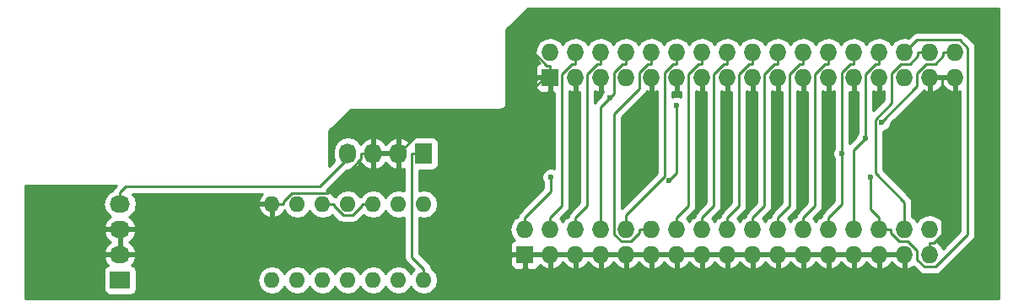
<source format=gbl>
%TF.GenerationSoftware,KiCad,Pcbnew,4.0.2+dfsg1-stable*%
%TF.CreationDate,2018-12-23T16:06:34+01:00*%
%TF.ProjectId,AmigaPCDriveAdapter,416D6967615043447269766541646170,rev?*%
%TF.FileFunction,Copper,L2,Bot,Signal*%
%FSLAX46Y46*%
G04 Gerber Fmt 4.6, Leading zero omitted, Abs format (unit mm)*
G04 Created by KiCad (PCBNEW 4.0.2+dfsg1-stable) date Sun 23 Dec 2018 16:06:34 CET*
%MOMM*%
G01*
G04 APERTURE LIST*
%ADD10C,0.100000*%
%ADD11R,1.727200X2.032000*%
%ADD12O,1.727200X2.032000*%
%ADD13R,2.032000X1.727200*%
%ADD14O,2.032000X1.727200*%
%ADD15R,1.727200X1.727200*%
%ADD16O,1.727200X1.727200*%
%ADD17O,1.600000X1.600000*%
%ADD18C,0.600000*%
%ADD19C,0.250000*%
%ADD20C,0.254000*%
G04 APERTURE END LIST*
D10*
D11*
X167640000Y-109220000D03*
D12*
X165100000Y-109220000D03*
X162560000Y-109220000D03*
X160020000Y-109220000D03*
D13*
X137160000Y-121920000D03*
D14*
X137160000Y-119380000D03*
X137160000Y-116840000D03*
X137160000Y-114300000D03*
D15*
X177800000Y-119380000D03*
D16*
X177800000Y-116840000D03*
X180340000Y-119380000D03*
X180340000Y-116840000D03*
X182880000Y-119380000D03*
X182880000Y-116840000D03*
X185420000Y-119380000D03*
X185420000Y-116840000D03*
X187960000Y-119380000D03*
X187960000Y-116840000D03*
X190500000Y-119380000D03*
X190500000Y-116840000D03*
X193040000Y-119380000D03*
X193040000Y-116840000D03*
X195580000Y-119380000D03*
X195580000Y-116840000D03*
X198120000Y-119380000D03*
X198120000Y-116840000D03*
X200660000Y-119380000D03*
X200660000Y-116840000D03*
X203200000Y-119380000D03*
X203200000Y-116840000D03*
X205740000Y-119380000D03*
X205740000Y-116840000D03*
X208280000Y-119380000D03*
X208280000Y-116840000D03*
X210820000Y-119380000D03*
X210820000Y-116840000D03*
X213360000Y-119380000D03*
X213360000Y-116840000D03*
X215900000Y-119380000D03*
X215900000Y-116840000D03*
X218440000Y-119380000D03*
X218440000Y-116840000D03*
D15*
X180340000Y-101600000D03*
D16*
X180340000Y-99060000D03*
X182880000Y-101600000D03*
X182880000Y-99060000D03*
X185420000Y-101600000D03*
X185420000Y-99060000D03*
X187960000Y-101600000D03*
X187960000Y-99060000D03*
X190500000Y-101600000D03*
X190500000Y-99060000D03*
X193040000Y-101600000D03*
X193040000Y-99060000D03*
X195580000Y-101600000D03*
X195580000Y-99060000D03*
X198120000Y-101600000D03*
X198120000Y-99060000D03*
X200660000Y-101600000D03*
X200660000Y-99060000D03*
X203200000Y-101600000D03*
X203200000Y-99060000D03*
X205740000Y-101600000D03*
X205740000Y-99060000D03*
X208280000Y-101600000D03*
X208280000Y-99060000D03*
X210820000Y-101600000D03*
X210820000Y-99060000D03*
X213360000Y-101600000D03*
X213360000Y-99060000D03*
X215900000Y-101600000D03*
X215900000Y-99060000D03*
X218440000Y-101600000D03*
X218440000Y-99060000D03*
X220980000Y-101600000D03*
X220980000Y-99060000D03*
D17*
X167640000Y-114300000D03*
X165100000Y-114300000D03*
X162560000Y-114300000D03*
X160020000Y-114300000D03*
X157480000Y-114300000D03*
X154940000Y-114300000D03*
X152400000Y-114300000D03*
X152400000Y-121920000D03*
X154940000Y-121920000D03*
X157480000Y-121920000D03*
X160020000Y-121920000D03*
X162560000Y-121920000D03*
X165100000Y-121920000D03*
X167640000Y-121920000D03*
D18*
X178344900Y-98584000D03*
X213603500Y-106060200D03*
X180427500Y-111606900D03*
X186346600Y-103650400D03*
X209628100Y-109219900D03*
X212008900Y-107668900D03*
X212483800Y-111599600D03*
X192247800Y-111968400D03*
X193012300Y-104405800D03*
D19*
X178344900Y-98768300D02*
X178344900Y-98584000D01*
X179987700Y-100411100D02*
X178344900Y-98768300D01*
X180340000Y-100411100D02*
X179987700Y-100411100D01*
X218440000Y-119380000D02*
X218440000Y-118191100D01*
X218811500Y-118191100D02*
X218440000Y-118191100D01*
X219653800Y-117348800D02*
X218811500Y-118191100D01*
X219653800Y-101600000D02*
X219653800Y-117348800D01*
X220980000Y-101600000D02*
X219653800Y-101600000D01*
X219653800Y-101600000D02*
X218440000Y-101600000D01*
X180340000Y-101600000D02*
X180340000Y-101005500D01*
X180340000Y-101005500D02*
X180340000Y-100411100D01*
X167242300Y-107077700D02*
X165100000Y-109220000D01*
X174267800Y-107077700D02*
X167242300Y-107077700D01*
X180340000Y-101005500D02*
X174267800Y-107077700D01*
X137160000Y-116840000D02*
X137160000Y-119380000D01*
X153525300Y-114018600D02*
X153525300Y-114300000D01*
X154369200Y-113174700D02*
X153525300Y-114018600D01*
X157936500Y-113174700D02*
X154369200Y-113174700D01*
X161371100Y-109740100D02*
X157936500Y-113174700D01*
X161371100Y-109220000D02*
X161371100Y-109740100D01*
X162560000Y-109220000D02*
X161371100Y-109220000D01*
X152400000Y-114300000D02*
X153525300Y-114300000D01*
X220980000Y-99060000D02*
X219791100Y-99060000D01*
X219791100Y-99431600D02*
X219791100Y-99060000D01*
X218973800Y-100248900D02*
X219791100Y-99431600D01*
X218087800Y-100248900D02*
X218973800Y-100248900D01*
X217170000Y-101166700D02*
X218087800Y-100248900D01*
X217170000Y-102493700D02*
X217170000Y-101166700D01*
X213603500Y-106060200D02*
X217170000Y-102493700D01*
X180427500Y-113023600D02*
X180427500Y-111606900D01*
X177800000Y-115651100D02*
X180427500Y-113023600D01*
X177800000Y-116840000D02*
X177800000Y-115651100D01*
X187960000Y-99060000D02*
X187960000Y-100248900D01*
X186771100Y-103225900D02*
X186346600Y-103650400D01*
X186771100Y-101066200D02*
X186771100Y-103225900D01*
X187588400Y-100248900D02*
X186771100Y-101066200D01*
X187960000Y-100248900D02*
X187588400Y-100248900D01*
X185420000Y-104577000D02*
X185420000Y-116840000D01*
X186346600Y-103650400D02*
X185420000Y-104577000D01*
X193040000Y-99060000D02*
X193040000Y-100248900D01*
X187960000Y-116840000D02*
X187960000Y-115651100D01*
X187960000Y-115369100D02*
X187960000Y-115651100D01*
X191851100Y-111478000D02*
X187960000Y-115369100D01*
X191851100Y-101066200D02*
X191851100Y-111478000D01*
X192668400Y-100248900D02*
X191851100Y-101066200D01*
X193040000Y-100248900D02*
X192668400Y-100248900D01*
X210820000Y-99060000D02*
X210820000Y-100248900D01*
X208280000Y-116840000D02*
X208280000Y-115651100D01*
X209628100Y-101069200D02*
X209628100Y-109219900D01*
X210448400Y-100248900D02*
X209628100Y-101069200D01*
X210820000Y-100248900D02*
X210448400Y-100248900D01*
X209628100Y-114303000D02*
X209628100Y-109219900D01*
X208280000Y-115651100D02*
X209628100Y-114303000D01*
X213360000Y-99060000D02*
X213360000Y-100248900D01*
X210820000Y-116840000D02*
X210820000Y-115651100D01*
X212008900Y-101228400D02*
X212008900Y-107668900D01*
X212988400Y-100248900D02*
X212008900Y-101228400D01*
X213360000Y-100248900D02*
X212988400Y-100248900D01*
X210820000Y-108857800D02*
X210820000Y-115651100D01*
X212008900Y-107668900D02*
X210820000Y-108857800D01*
X217131000Y-97829000D02*
X215900000Y-99060000D01*
X221467500Y-97829000D02*
X217131000Y-97829000D01*
X222243700Y-98605200D02*
X221467500Y-97829000D01*
X222243700Y-117367300D02*
X222243700Y-98605200D01*
X219001100Y-120609900D02*
X222243700Y-117367300D01*
X217915700Y-120609900D02*
X219001100Y-120609900D01*
X217170000Y-119864200D02*
X217915700Y-120609900D01*
X217170000Y-118946700D02*
X217170000Y-119864200D01*
X216252200Y-118028900D02*
X217170000Y-118946700D01*
X215366200Y-118028900D02*
X216252200Y-118028900D01*
X214548900Y-117211600D02*
X215366200Y-118028900D01*
X214548900Y-116840000D02*
X214548900Y-117211600D01*
X213360000Y-116840000D02*
X214548900Y-116840000D01*
X212483800Y-114774900D02*
X213360000Y-115651100D01*
X212483800Y-111599600D02*
X212483800Y-114774900D01*
X213360000Y-116840000D02*
X213360000Y-115651100D01*
X166451100Y-119605800D02*
X166451100Y-109220000D01*
X167640000Y-120794700D02*
X166451100Y-119605800D01*
X167640000Y-121920000D02*
X167640000Y-120794700D01*
X167640000Y-109220000D02*
X166451100Y-109220000D01*
X193012300Y-111203900D02*
X192247800Y-111968400D01*
X193012300Y-104405800D02*
X193012300Y-111203900D01*
X137160000Y-114300000D02*
X137160000Y-113111100D01*
X137756400Y-112514700D02*
X137160000Y-113111100D01*
X137756400Y-112514600D02*
X137756400Y-112514700D01*
X157226100Y-112514600D02*
X137756400Y-112514600D01*
X160020000Y-109720700D02*
X157226100Y-112514600D01*
X160020000Y-109220000D02*
X160020000Y-109720700D01*
X157480000Y-114300000D02*
X158605300Y-114300000D01*
X162560000Y-114300000D02*
X161434700Y-114300000D01*
X161434700Y-114476800D02*
X161434700Y-114300000D01*
X160486200Y-115425300D02*
X161434700Y-114476800D01*
X159553800Y-115425300D02*
X160486200Y-115425300D01*
X158605300Y-114476800D02*
X159553800Y-115425300D01*
X158605300Y-114300000D02*
X158605300Y-114476800D01*
X181528900Y-114462200D02*
X180340000Y-115651100D01*
X181528900Y-101228400D02*
X181528900Y-114462200D01*
X182508400Y-100248900D02*
X181528900Y-101228400D01*
X182880000Y-100248900D02*
X182508400Y-100248900D01*
X182880000Y-99060000D02*
X182880000Y-100248900D01*
X180340000Y-116840000D02*
X180340000Y-115651100D01*
X184068900Y-114462200D02*
X182880000Y-115651100D01*
X184068900Y-101228400D02*
X184068900Y-114462200D01*
X185048400Y-100248900D02*
X184068900Y-101228400D01*
X185420000Y-100248900D02*
X185048400Y-100248900D01*
X185420000Y-99060000D02*
X185420000Y-100248900D01*
X182880000Y-116840000D02*
X182880000Y-115651100D01*
X189311100Y-117209500D02*
X189311100Y-116840000D01*
X188464300Y-118056300D02*
X189311100Y-117209500D01*
X187473000Y-118056300D02*
X188464300Y-118056300D01*
X186771000Y-117354300D02*
X187473000Y-118056300D01*
X186771000Y-105248000D02*
X186771000Y-117354300D01*
X189311100Y-102707900D02*
X186771000Y-105248000D01*
X189311100Y-101066200D02*
X189311100Y-102707900D01*
X190128400Y-100248900D02*
X189311100Y-101066200D01*
X190500000Y-100248900D02*
X190128400Y-100248900D01*
X190500000Y-99060000D02*
X190500000Y-100248900D01*
X190500000Y-116840000D02*
X189311100Y-116840000D01*
X194228900Y-114462200D02*
X193040000Y-115651100D01*
X194228900Y-101228400D02*
X194228900Y-114462200D01*
X195208400Y-100248900D02*
X194228900Y-101228400D01*
X195580000Y-100248900D02*
X195208400Y-100248900D01*
X195580000Y-99060000D02*
X195580000Y-100248900D01*
X193040000Y-116840000D02*
X193040000Y-115651100D01*
X196768900Y-114462200D02*
X195580000Y-115651100D01*
X196768900Y-101228400D02*
X196768900Y-114462200D01*
X197748400Y-100248900D02*
X196768900Y-101228400D01*
X198120000Y-100248900D02*
X197748400Y-100248900D01*
X198120000Y-99060000D02*
X198120000Y-100248900D01*
X195580000Y-116840000D02*
X195580000Y-115651100D01*
X199308900Y-114462200D02*
X198120000Y-115651100D01*
X199308900Y-101228400D02*
X199308900Y-114462200D01*
X200288400Y-100248900D02*
X199308900Y-101228400D01*
X200660000Y-100248900D02*
X200288400Y-100248900D01*
X200660000Y-99060000D02*
X200660000Y-100248900D01*
X198120000Y-116840000D02*
X198120000Y-115651100D01*
X201848900Y-114462200D02*
X200660000Y-115651100D01*
X201848900Y-101228400D02*
X201848900Y-114462200D01*
X202828400Y-100248900D02*
X201848900Y-101228400D01*
X203200000Y-100248900D02*
X202828400Y-100248900D01*
X203200000Y-99060000D02*
X203200000Y-100248900D01*
X200660000Y-116840000D02*
X200660000Y-115651100D01*
X204388900Y-114462200D02*
X203200000Y-115651100D01*
X204388900Y-101228400D02*
X204388900Y-114462200D01*
X205368400Y-100248900D02*
X204388900Y-101228400D01*
X205740000Y-100248900D02*
X205368400Y-100248900D01*
X205740000Y-99060000D02*
X205740000Y-100248900D01*
X203200000Y-116840000D02*
X203200000Y-115651100D01*
X206928900Y-114462200D02*
X205740000Y-115651100D01*
X206928900Y-101228400D02*
X206928900Y-114462200D01*
X207908400Y-100248900D02*
X206928900Y-101228400D01*
X208280000Y-100248900D02*
X207908400Y-100248900D01*
X208280000Y-99060000D02*
X208280000Y-100248900D01*
X205740000Y-116840000D02*
X205740000Y-115651100D01*
X218440000Y-99060000D02*
X217251100Y-99060000D01*
X215900000Y-116840000D02*
X215900000Y-115651100D01*
X217251100Y-99431600D02*
X217251100Y-99060000D01*
X216433800Y-100248900D02*
X217251100Y-99431600D01*
X215547800Y-100248900D02*
X216433800Y-100248900D01*
X214630000Y-101166700D02*
X215547800Y-100248900D01*
X214630000Y-104149100D02*
X214630000Y-101166700D01*
X212958700Y-105820400D02*
X214630000Y-104149100D01*
X212958700Y-111190100D02*
X212958700Y-105820400D01*
X215900000Y-114131400D02*
X212958700Y-111190100D01*
X215900000Y-115651100D02*
X215900000Y-114131400D01*
D20*
G36*
X225375000Y-123775000D02*
X127685000Y-123775000D01*
X127685000Y-121056400D01*
X135496560Y-121056400D01*
X135496560Y-122783600D01*
X135540838Y-123018917D01*
X135679910Y-123235041D01*
X135892110Y-123380031D01*
X136144000Y-123431040D01*
X138176000Y-123431040D01*
X138411317Y-123386762D01*
X138627441Y-123247690D01*
X138772431Y-123035490D01*
X138823440Y-122783600D01*
X138823440Y-121056400D01*
X138779162Y-120821083D01*
X138640090Y-120604959D01*
X138427890Y-120459969D01*
X138333073Y-120440768D01*
X138510732Y-120282036D01*
X138764709Y-119754791D01*
X138767358Y-119739026D01*
X138646217Y-119507000D01*
X137287000Y-119507000D01*
X137287000Y-119527000D01*
X137033000Y-119527000D01*
X137033000Y-119507000D01*
X135673783Y-119507000D01*
X135552642Y-119739026D01*
X135555291Y-119754791D01*
X135809268Y-120282036D01*
X135984845Y-120438907D01*
X135908683Y-120453238D01*
X135692559Y-120592310D01*
X135547569Y-120804510D01*
X135496560Y-121056400D01*
X127685000Y-121056400D01*
X127685000Y-117199026D01*
X135552642Y-117199026D01*
X135555291Y-117214791D01*
X135809268Y-117742036D01*
X136221108Y-118110000D01*
X135809268Y-118477964D01*
X135555291Y-119005209D01*
X135552642Y-119020974D01*
X135673783Y-119253000D01*
X137033000Y-119253000D01*
X137033000Y-116967000D01*
X137287000Y-116967000D01*
X137287000Y-119253000D01*
X138646217Y-119253000D01*
X138767358Y-119020974D01*
X138764709Y-119005209D01*
X138510732Y-118477964D01*
X138098892Y-118110000D01*
X138510732Y-117742036D01*
X138764709Y-117214791D01*
X138767358Y-117199026D01*
X138646217Y-116967000D01*
X137287000Y-116967000D01*
X137033000Y-116967000D01*
X135673783Y-116967000D01*
X135552642Y-117199026D01*
X127685000Y-117199026D01*
X127685000Y-112445000D01*
X136751298Y-112445000D01*
X136622599Y-112573699D01*
X136457852Y-112820261D01*
X136440443Y-112907781D01*
X136401766Y-112915474D01*
X135915585Y-113240330D01*
X135590729Y-113726511D01*
X135476655Y-114300000D01*
X135590729Y-114873489D01*
X135915585Y-115359670D01*
X136225069Y-115566461D01*
X135809268Y-115937964D01*
X135555291Y-116465209D01*
X135552642Y-116480974D01*
X135673783Y-116713000D01*
X137033000Y-116713000D01*
X137033000Y-116693000D01*
X137287000Y-116693000D01*
X137287000Y-116713000D01*
X138646217Y-116713000D01*
X138767358Y-116480974D01*
X138764709Y-116465209D01*
X138510732Y-115937964D01*
X138094931Y-115566461D01*
X138404415Y-115359670D01*
X138729271Y-114873489D01*
X138773916Y-114649041D01*
X151008086Y-114649041D01*
X151247611Y-115155134D01*
X151662577Y-115531041D01*
X152050961Y-115691904D01*
X152273000Y-115569915D01*
X152273000Y-114427000D01*
X151129371Y-114427000D01*
X151008086Y-114649041D01*
X138773916Y-114649041D01*
X138843345Y-114300000D01*
X138729271Y-113726511D01*
X138427313Y-113274600D01*
X151435569Y-113274600D01*
X151247611Y-113444866D01*
X151008086Y-113950959D01*
X151129371Y-114173000D01*
X152273000Y-114173000D01*
X152273000Y-114153000D01*
X152527000Y-114153000D01*
X152527000Y-114173000D01*
X152547000Y-114173000D01*
X152547000Y-114427000D01*
X152527000Y-114427000D01*
X152527000Y-115569915D01*
X152749039Y-115691904D01*
X153137423Y-115531041D01*
X153552389Y-115155134D01*
X153655014Y-114938297D01*
X153925302Y-115342811D01*
X154390849Y-115653880D01*
X154940000Y-115763113D01*
X155489151Y-115653880D01*
X155954698Y-115342811D01*
X156210000Y-114960725D01*
X156465302Y-115342811D01*
X156930849Y-115653880D01*
X157480000Y-115763113D01*
X158029151Y-115653880D01*
X158435838Y-115382140D01*
X159016399Y-115962701D01*
X159262961Y-116127448D01*
X159553800Y-116185300D01*
X160486200Y-116185300D01*
X160777039Y-116127448D01*
X161023601Y-115962701D01*
X161604162Y-115382140D01*
X162010849Y-115653880D01*
X162560000Y-115763113D01*
X163109151Y-115653880D01*
X163574698Y-115342811D01*
X163830000Y-114960725D01*
X164085302Y-115342811D01*
X164550849Y-115653880D01*
X165100000Y-115763113D01*
X165649151Y-115653880D01*
X165691100Y-115625851D01*
X165691100Y-119605800D01*
X165748952Y-119896639D01*
X165913699Y-120143201D01*
X166638720Y-120868223D01*
X166625302Y-120877189D01*
X166370000Y-121259275D01*
X166114698Y-120877189D01*
X165649151Y-120566120D01*
X165100000Y-120456887D01*
X164550849Y-120566120D01*
X164085302Y-120877189D01*
X163830000Y-121259275D01*
X163574698Y-120877189D01*
X163109151Y-120566120D01*
X162560000Y-120456887D01*
X162010849Y-120566120D01*
X161545302Y-120877189D01*
X161290000Y-121259275D01*
X161034698Y-120877189D01*
X160569151Y-120566120D01*
X160020000Y-120456887D01*
X159470849Y-120566120D01*
X159005302Y-120877189D01*
X158750000Y-121259275D01*
X158494698Y-120877189D01*
X158029151Y-120566120D01*
X157480000Y-120456887D01*
X156930849Y-120566120D01*
X156465302Y-120877189D01*
X156210000Y-121259275D01*
X155954698Y-120877189D01*
X155489151Y-120566120D01*
X154940000Y-120456887D01*
X154390849Y-120566120D01*
X153925302Y-120877189D01*
X153670000Y-121259275D01*
X153414698Y-120877189D01*
X152949151Y-120566120D01*
X152400000Y-120456887D01*
X151850849Y-120566120D01*
X151385302Y-120877189D01*
X151074233Y-121342736D01*
X150965000Y-121891887D01*
X150965000Y-121948113D01*
X151074233Y-122497264D01*
X151385302Y-122962811D01*
X151850849Y-123273880D01*
X152400000Y-123383113D01*
X152949151Y-123273880D01*
X153414698Y-122962811D01*
X153670000Y-122580725D01*
X153925302Y-122962811D01*
X154390849Y-123273880D01*
X154940000Y-123383113D01*
X155489151Y-123273880D01*
X155954698Y-122962811D01*
X156210000Y-122580725D01*
X156465302Y-122962811D01*
X156930849Y-123273880D01*
X157480000Y-123383113D01*
X158029151Y-123273880D01*
X158494698Y-122962811D01*
X158750000Y-122580725D01*
X159005302Y-122962811D01*
X159470849Y-123273880D01*
X160020000Y-123383113D01*
X160569151Y-123273880D01*
X161034698Y-122962811D01*
X161290000Y-122580725D01*
X161545302Y-122962811D01*
X162010849Y-123273880D01*
X162560000Y-123383113D01*
X163109151Y-123273880D01*
X163574698Y-122962811D01*
X163830000Y-122580725D01*
X164085302Y-122962811D01*
X164550849Y-123273880D01*
X165100000Y-123383113D01*
X165649151Y-123273880D01*
X166114698Y-122962811D01*
X166370000Y-122580725D01*
X166625302Y-122962811D01*
X167090849Y-123273880D01*
X167640000Y-123383113D01*
X168189151Y-123273880D01*
X168654698Y-122962811D01*
X168965767Y-122497264D01*
X169075000Y-121948113D01*
X169075000Y-121891887D01*
X168965767Y-121342736D01*
X168654698Y-120877189D01*
X168379882Y-120693563D01*
X168342148Y-120503861D01*
X168177402Y-120257299D01*
X167585853Y-119665750D01*
X176301400Y-119665750D01*
X176301400Y-120369910D01*
X176398073Y-120603299D01*
X176576702Y-120781927D01*
X176810091Y-120878600D01*
X177514250Y-120878600D01*
X177673000Y-120719850D01*
X177673000Y-119507000D01*
X177927000Y-119507000D01*
X177927000Y-120719850D01*
X178085750Y-120878600D01*
X178789909Y-120878600D01*
X179023298Y-120781927D01*
X179201927Y-120603299D01*
X179284529Y-120403881D01*
X179451510Y-120586821D01*
X179980973Y-120834968D01*
X180213000Y-120714469D01*
X180213000Y-119507000D01*
X180467000Y-119507000D01*
X180467000Y-120714469D01*
X180699027Y-120834968D01*
X181228490Y-120586821D01*
X181610000Y-120168848D01*
X181991510Y-120586821D01*
X182520973Y-120834968D01*
X182753000Y-120714469D01*
X182753000Y-119507000D01*
X183007000Y-119507000D01*
X183007000Y-120714469D01*
X183239027Y-120834968D01*
X183768490Y-120586821D01*
X184150000Y-120168848D01*
X184531510Y-120586821D01*
X185060973Y-120834968D01*
X185293000Y-120714469D01*
X185293000Y-119507000D01*
X185547000Y-119507000D01*
X185547000Y-120714469D01*
X185779027Y-120834968D01*
X186308490Y-120586821D01*
X186690000Y-120168848D01*
X187071510Y-120586821D01*
X187600973Y-120834968D01*
X187833000Y-120714469D01*
X187833000Y-119507000D01*
X188087000Y-119507000D01*
X188087000Y-120714469D01*
X188319027Y-120834968D01*
X188848490Y-120586821D01*
X189230000Y-120168848D01*
X189611510Y-120586821D01*
X190140973Y-120834968D01*
X190373000Y-120714469D01*
X190373000Y-119507000D01*
X190627000Y-119507000D01*
X190627000Y-120714469D01*
X190859027Y-120834968D01*
X191388490Y-120586821D01*
X191770000Y-120168848D01*
X192151510Y-120586821D01*
X192680973Y-120834968D01*
X192913000Y-120714469D01*
X192913000Y-119507000D01*
X193167000Y-119507000D01*
X193167000Y-120714469D01*
X193399027Y-120834968D01*
X193928490Y-120586821D01*
X194310000Y-120168848D01*
X194691510Y-120586821D01*
X195220973Y-120834968D01*
X195453000Y-120714469D01*
X195453000Y-119507000D01*
X195707000Y-119507000D01*
X195707000Y-120714469D01*
X195939027Y-120834968D01*
X196468490Y-120586821D01*
X196850000Y-120168848D01*
X197231510Y-120586821D01*
X197760973Y-120834968D01*
X197993000Y-120714469D01*
X197993000Y-119507000D01*
X198247000Y-119507000D01*
X198247000Y-120714469D01*
X198479027Y-120834968D01*
X199008490Y-120586821D01*
X199390000Y-120168848D01*
X199771510Y-120586821D01*
X200300973Y-120834968D01*
X200533000Y-120714469D01*
X200533000Y-119507000D01*
X200787000Y-119507000D01*
X200787000Y-120714469D01*
X201019027Y-120834968D01*
X201548490Y-120586821D01*
X201930000Y-120168848D01*
X202311510Y-120586821D01*
X202840973Y-120834968D01*
X203073000Y-120714469D01*
X203073000Y-119507000D01*
X203327000Y-119507000D01*
X203327000Y-120714469D01*
X203559027Y-120834968D01*
X204088490Y-120586821D01*
X204470000Y-120168848D01*
X204851510Y-120586821D01*
X205380973Y-120834968D01*
X205613000Y-120714469D01*
X205613000Y-119507000D01*
X205867000Y-119507000D01*
X205867000Y-120714469D01*
X206099027Y-120834968D01*
X206628490Y-120586821D01*
X207010000Y-120168848D01*
X207391510Y-120586821D01*
X207920973Y-120834968D01*
X208153000Y-120714469D01*
X208153000Y-119507000D01*
X208407000Y-119507000D01*
X208407000Y-120714469D01*
X208639027Y-120834968D01*
X209168490Y-120586821D01*
X209550000Y-120168848D01*
X209931510Y-120586821D01*
X210460973Y-120834968D01*
X210693000Y-120714469D01*
X210693000Y-119507000D01*
X210947000Y-119507000D01*
X210947000Y-120714469D01*
X211179027Y-120834968D01*
X211708490Y-120586821D01*
X212090000Y-120168848D01*
X212471510Y-120586821D01*
X213000973Y-120834968D01*
X213233000Y-120714469D01*
X213233000Y-119507000D01*
X213487000Y-119507000D01*
X213487000Y-120714469D01*
X213719027Y-120834968D01*
X214248490Y-120586821D01*
X214630000Y-120168848D01*
X215011510Y-120586821D01*
X215540973Y-120834968D01*
X215773000Y-120714469D01*
X215773000Y-119507000D01*
X213487000Y-119507000D01*
X213233000Y-119507000D01*
X210947000Y-119507000D01*
X210693000Y-119507000D01*
X208407000Y-119507000D01*
X208153000Y-119507000D01*
X205867000Y-119507000D01*
X205613000Y-119507000D01*
X203327000Y-119507000D01*
X203073000Y-119507000D01*
X200787000Y-119507000D01*
X200533000Y-119507000D01*
X198247000Y-119507000D01*
X197993000Y-119507000D01*
X195707000Y-119507000D01*
X195453000Y-119507000D01*
X193167000Y-119507000D01*
X192913000Y-119507000D01*
X190627000Y-119507000D01*
X190373000Y-119507000D01*
X188087000Y-119507000D01*
X187833000Y-119507000D01*
X185547000Y-119507000D01*
X185293000Y-119507000D01*
X183007000Y-119507000D01*
X182753000Y-119507000D01*
X180467000Y-119507000D01*
X180213000Y-119507000D01*
X177927000Y-119507000D01*
X177673000Y-119507000D01*
X176460150Y-119507000D01*
X176301400Y-119665750D01*
X167585853Y-119665750D01*
X167211100Y-119290998D01*
X167211100Y-116840000D01*
X176272041Y-116840000D01*
X176386115Y-117413489D01*
X176710971Y-117899670D01*
X176732023Y-117913737D01*
X176576702Y-117978073D01*
X176398073Y-118156701D01*
X176301400Y-118390090D01*
X176301400Y-119094250D01*
X176460150Y-119253000D01*
X177673000Y-119253000D01*
X177673000Y-119233000D01*
X177927000Y-119233000D01*
X177927000Y-119253000D01*
X180213000Y-119253000D01*
X180213000Y-119233000D01*
X180467000Y-119233000D01*
X180467000Y-119253000D01*
X182753000Y-119253000D01*
X182753000Y-119233000D01*
X183007000Y-119233000D01*
X183007000Y-119253000D01*
X185293000Y-119253000D01*
X185293000Y-119233000D01*
X185547000Y-119233000D01*
X185547000Y-119253000D01*
X187833000Y-119253000D01*
X187833000Y-119233000D01*
X188087000Y-119233000D01*
X188087000Y-119253000D01*
X190373000Y-119253000D01*
X190373000Y-119233000D01*
X190627000Y-119233000D01*
X190627000Y-119253000D01*
X192913000Y-119253000D01*
X192913000Y-119233000D01*
X193167000Y-119233000D01*
X193167000Y-119253000D01*
X195453000Y-119253000D01*
X195453000Y-119233000D01*
X195707000Y-119233000D01*
X195707000Y-119253000D01*
X197993000Y-119253000D01*
X197993000Y-119233000D01*
X198247000Y-119233000D01*
X198247000Y-119253000D01*
X200533000Y-119253000D01*
X200533000Y-119233000D01*
X200787000Y-119233000D01*
X200787000Y-119253000D01*
X203073000Y-119253000D01*
X203073000Y-119233000D01*
X203327000Y-119233000D01*
X203327000Y-119253000D01*
X205613000Y-119253000D01*
X205613000Y-119233000D01*
X205867000Y-119233000D01*
X205867000Y-119253000D01*
X208153000Y-119253000D01*
X208153000Y-119233000D01*
X208407000Y-119233000D01*
X208407000Y-119253000D01*
X210693000Y-119253000D01*
X210693000Y-119233000D01*
X210947000Y-119233000D01*
X210947000Y-119253000D01*
X213233000Y-119253000D01*
X213233000Y-119233000D01*
X213487000Y-119233000D01*
X213487000Y-119253000D01*
X215773000Y-119253000D01*
X215773000Y-119233000D01*
X216027000Y-119233000D01*
X216027000Y-119253000D01*
X216047000Y-119253000D01*
X216047000Y-119507000D01*
X216027000Y-119507000D01*
X216027000Y-120714469D01*
X216259027Y-120834968D01*
X216788490Y-120586821D01*
X216802486Y-120571488D01*
X217378299Y-121147301D01*
X217624861Y-121312048D01*
X217915700Y-121369900D01*
X219001100Y-121369900D01*
X219291939Y-121312048D01*
X219538501Y-121147301D01*
X222781101Y-117904701D01*
X222945848Y-117658139D01*
X223003700Y-117367300D01*
X223003700Y-98605200D01*
X222945848Y-98314361D01*
X222781101Y-98067799D01*
X222004901Y-97291599D01*
X221758339Y-97126852D01*
X221467500Y-97069000D01*
X217131000Y-97069000D01*
X216840161Y-97126852D01*
X216593599Y-97291599D01*
X216258356Y-97626842D01*
X215929359Y-97561400D01*
X215870641Y-97561400D01*
X215297152Y-97675474D01*
X214810971Y-98000330D01*
X214630000Y-98271172D01*
X214449029Y-98000330D01*
X213962848Y-97675474D01*
X213389359Y-97561400D01*
X213330641Y-97561400D01*
X212757152Y-97675474D01*
X212270971Y-98000330D01*
X212090000Y-98271172D01*
X211909029Y-98000330D01*
X211422848Y-97675474D01*
X210849359Y-97561400D01*
X210790641Y-97561400D01*
X210217152Y-97675474D01*
X209730971Y-98000330D01*
X209550000Y-98271172D01*
X209369029Y-98000330D01*
X208882848Y-97675474D01*
X208309359Y-97561400D01*
X208250641Y-97561400D01*
X207677152Y-97675474D01*
X207190971Y-98000330D01*
X207010000Y-98271172D01*
X206829029Y-98000330D01*
X206342848Y-97675474D01*
X205769359Y-97561400D01*
X205710641Y-97561400D01*
X205137152Y-97675474D01*
X204650971Y-98000330D01*
X204470000Y-98271172D01*
X204289029Y-98000330D01*
X203802848Y-97675474D01*
X203229359Y-97561400D01*
X203170641Y-97561400D01*
X202597152Y-97675474D01*
X202110971Y-98000330D01*
X201930000Y-98271172D01*
X201749029Y-98000330D01*
X201262848Y-97675474D01*
X200689359Y-97561400D01*
X200630641Y-97561400D01*
X200057152Y-97675474D01*
X199570971Y-98000330D01*
X199390000Y-98271172D01*
X199209029Y-98000330D01*
X198722848Y-97675474D01*
X198149359Y-97561400D01*
X198090641Y-97561400D01*
X197517152Y-97675474D01*
X197030971Y-98000330D01*
X196850000Y-98271172D01*
X196669029Y-98000330D01*
X196182848Y-97675474D01*
X195609359Y-97561400D01*
X195550641Y-97561400D01*
X194977152Y-97675474D01*
X194490971Y-98000330D01*
X194310000Y-98271172D01*
X194129029Y-98000330D01*
X193642848Y-97675474D01*
X193069359Y-97561400D01*
X193010641Y-97561400D01*
X192437152Y-97675474D01*
X191950971Y-98000330D01*
X191770000Y-98271172D01*
X191589029Y-98000330D01*
X191102848Y-97675474D01*
X190529359Y-97561400D01*
X190470641Y-97561400D01*
X189897152Y-97675474D01*
X189410971Y-98000330D01*
X189230000Y-98271172D01*
X189049029Y-98000330D01*
X188562848Y-97675474D01*
X187989359Y-97561400D01*
X187930641Y-97561400D01*
X187357152Y-97675474D01*
X186870971Y-98000330D01*
X186690000Y-98271172D01*
X186509029Y-98000330D01*
X186022848Y-97675474D01*
X185449359Y-97561400D01*
X185390641Y-97561400D01*
X184817152Y-97675474D01*
X184330971Y-98000330D01*
X184150000Y-98271172D01*
X183969029Y-98000330D01*
X183482848Y-97675474D01*
X182909359Y-97561400D01*
X182850641Y-97561400D01*
X182277152Y-97675474D01*
X181790971Y-98000330D01*
X181610000Y-98271172D01*
X181429029Y-98000330D01*
X180942848Y-97675474D01*
X180369359Y-97561400D01*
X180310641Y-97561400D01*
X179737152Y-97675474D01*
X179250971Y-98000330D01*
X178926115Y-98486511D01*
X178812041Y-99060000D01*
X178926115Y-99633489D01*
X179250971Y-100119670D01*
X179272023Y-100133737D01*
X179116702Y-100198073D01*
X178938073Y-100376701D01*
X178841400Y-100610090D01*
X178841400Y-101314250D01*
X179000150Y-101473000D01*
X180213000Y-101473000D01*
X180213000Y-101453000D01*
X180467000Y-101453000D01*
X180467000Y-101473000D01*
X180487000Y-101473000D01*
X180487000Y-101727000D01*
X180467000Y-101727000D01*
X180467000Y-102939850D01*
X180625750Y-103098600D01*
X180768900Y-103098600D01*
X180768900Y-110736258D01*
X180614299Y-110672062D01*
X180242333Y-110671738D01*
X179898557Y-110813783D01*
X179635308Y-111076573D01*
X179492662Y-111420101D01*
X179492338Y-111792067D01*
X179634383Y-112135843D01*
X179667500Y-112169018D01*
X179667500Y-112708798D01*
X177262599Y-115113699D01*
X177097852Y-115360261D01*
X177060789Y-115546589D01*
X176710971Y-115780330D01*
X176386115Y-116266511D01*
X176272041Y-116840000D01*
X167211100Y-116840000D01*
X167211100Y-115677799D01*
X167640000Y-115763113D01*
X168189151Y-115653880D01*
X168654698Y-115342811D01*
X168965767Y-114877264D01*
X169075000Y-114328113D01*
X169075000Y-114271887D01*
X168965767Y-113722736D01*
X168654698Y-113257189D01*
X168189151Y-112946120D01*
X167640000Y-112836887D01*
X167211100Y-112922201D01*
X167211100Y-110883440D01*
X168503600Y-110883440D01*
X168738917Y-110839162D01*
X168955041Y-110700090D01*
X169100031Y-110487890D01*
X169151040Y-110236000D01*
X169151040Y-108204000D01*
X169106762Y-107968683D01*
X168967690Y-107752559D01*
X168755490Y-107607569D01*
X168503600Y-107556560D01*
X166776400Y-107556560D01*
X166541083Y-107600838D01*
X166324959Y-107739910D01*
X166179969Y-107952110D01*
X166160768Y-108046927D01*
X166002036Y-107869268D01*
X165474791Y-107615291D01*
X165459026Y-107612642D01*
X165227000Y-107733783D01*
X165227000Y-109093000D01*
X165247000Y-109093000D01*
X165247000Y-109347000D01*
X165227000Y-109347000D01*
X165227000Y-110706217D01*
X165459026Y-110827358D01*
X165474791Y-110824709D01*
X165691100Y-110720512D01*
X165691100Y-112974149D01*
X165649151Y-112946120D01*
X165100000Y-112836887D01*
X164550849Y-112946120D01*
X164085302Y-113257189D01*
X163830000Y-113639275D01*
X163574698Y-113257189D01*
X163109151Y-112946120D01*
X162560000Y-112836887D01*
X162010849Y-112946120D01*
X161545302Y-113257189D01*
X161344321Y-113557978D01*
X161248424Y-113577053D01*
X161034698Y-113257189D01*
X160569151Y-112946120D01*
X160020000Y-112836887D01*
X159470849Y-112946120D01*
X159005302Y-113257189D01*
X158791576Y-113577053D01*
X158695679Y-113557978D01*
X158494698Y-113257189D01*
X158029151Y-112946120D01*
X157895889Y-112919613D01*
X159930049Y-110885453D01*
X160020000Y-110903345D01*
X160593489Y-110789271D01*
X161079670Y-110464415D01*
X161286461Y-110154931D01*
X161657964Y-110570732D01*
X162185209Y-110824709D01*
X162200974Y-110827358D01*
X162433000Y-110706217D01*
X162433000Y-109347000D01*
X162687000Y-109347000D01*
X162687000Y-110706217D01*
X162919026Y-110827358D01*
X162934791Y-110824709D01*
X163462036Y-110570732D01*
X163830000Y-110158892D01*
X164197964Y-110570732D01*
X164725209Y-110824709D01*
X164740974Y-110827358D01*
X164973000Y-110706217D01*
X164973000Y-109347000D01*
X162687000Y-109347000D01*
X162433000Y-109347000D01*
X162413000Y-109347000D01*
X162413000Y-109093000D01*
X162433000Y-109093000D01*
X162433000Y-107733783D01*
X162687000Y-107733783D01*
X162687000Y-109093000D01*
X164973000Y-109093000D01*
X164973000Y-107733783D01*
X164740974Y-107612642D01*
X164725209Y-107615291D01*
X164197964Y-107869268D01*
X163830000Y-108281108D01*
X163462036Y-107869268D01*
X162934791Y-107615291D01*
X162919026Y-107612642D01*
X162687000Y-107733783D01*
X162433000Y-107733783D01*
X162200974Y-107612642D01*
X162185209Y-107615291D01*
X161657964Y-107869268D01*
X161286461Y-108285069D01*
X161079670Y-107975585D01*
X160593489Y-107650729D01*
X160020000Y-107536655D01*
X159446511Y-107650729D01*
X158960330Y-107975585D01*
X158635474Y-108461766D01*
X158521400Y-109035255D01*
X158521400Y-109404745D01*
X158635474Y-109978234D01*
X158656378Y-110009520D01*
X158165000Y-110500898D01*
X158165000Y-106963736D01*
X160303736Y-104825000D01*
X175260000Y-104825000D01*
X175522138Y-104772857D01*
X175744368Y-104624368D01*
X175892857Y-104402138D01*
X175945000Y-104140000D01*
X175945000Y-101885750D01*
X178841400Y-101885750D01*
X178841400Y-102589910D01*
X178938073Y-102823299D01*
X179116702Y-103001927D01*
X179350091Y-103098600D01*
X180054250Y-103098600D01*
X180213000Y-102939850D01*
X180213000Y-101727000D01*
X179000150Y-101727000D01*
X178841400Y-101885750D01*
X175945000Y-101885750D01*
X175945000Y-96803736D01*
X178083736Y-94665000D01*
X225375000Y-94665000D01*
X225375000Y-123775000D01*
X225375000Y-123775000D01*
G37*
X225375000Y-123775000D02*
X127685000Y-123775000D01*
X127685000Y-121056400D01*
X135496560Y-121056400D01*
X135496560Y-122783600D01*
X135540838Y-123018917D01*
X135679910Y-123235041D01*
X135892110Y-123380031D01*
X136144000Y-123431040D01*
X138176000Y-123431040D01*
X138411317Y-123386762D01*
X138627441Y-123247690D01*
X138772431Y-123035490D01*
X138823440Y-122783600D01*
X138823440Y-121056400D01*
X138779162Y-120821083D01*
X138640090Y-120604959D01*
X138427890Y-120459969D01*
X138333073Y-120440768D01*
X138510732Y-120282036D01*
X138764709Y-119754791D01*
X138767358Y-119739026D01*
X138646217Y-119507000D01*
X137287000Y-119507000D01*
X137287000Y-119527000D01*
X137033000Y-119527000D01*
X137033000Y-119507000D01*
X135673783Y-119507000D01*
X135552642Y-119739026D01*
X135555291Y-119754791D01*
X135809268Y-120282036D01*
X135984845Y-120438907D01*
X135908683Y-120453238D01*
X135692559Y-120592310D01*
X135547569Y-120804510D01*
X135496560Y-121056400D01*
X127685000Y-121056400D01*
X127685000Y-117199026D01*
X135552642Y-117199026D01*
X135555291Y-117214791D01*
X135809268Y-117742036D01*
X136221108Y-118110000D01*
X135809268Y-118477964D01*
X135555291Y-119005209D01*
X135552642Y-119020974D01*
X135673783Y-119253000D01*
X137033000Y-119253000D01*
X137033000Y-116967000D01*
X137287000Y-116967000D01*
X137287000Y-119253000D01*
X138646217Y-119253000D01*
X138767358Y-119020974D01*
X138764709Y-119005209D01*
X138510732Y-118477964D01*
X138098892Y-118110000D01*
X138510732Y-117742036D01*
X138764709Y-117214791D01*
X138767358Y-117199026D01*
X138646217Y-116967000D01*
X137287000Y-116967000D01*
X137033000Y-116967000D01*
X135673783Y-116967000D01*
X135552642Y-117199026D01*
X127685000Y-117199026D01*
X127685000Y-112445000D01*
X136751298Y-112445000D01*
X136622599Y-112573699D01*
X136457852Y-112820261D01*
X136440443Y-112907781D01*
X136401766Y-112915474D01*
X135915585Y-113240330D01*
X135590729Y-113726511D01*
X135476655Y-114300000D01*
X135590729Y-114873489D01*
X135915585Y-115359670D01*
X136225069Y-115566461D01*
X135809268Y-115937964D01*
X135555291Y-116465209D01*
X135552642Y-116480974D01*
X135673783Y-116713000D01*
X137033000Y-116713000D01*
X137033000Y-116693000D01*
X137287000Y-116693000D01*
X137287000Y-116713000D01*
X138646217Y-116713000D01*
X138767358Y-116480974D01*
X138764709Y-116465209D01*
X138510732Y-115937964D01*
X138094931Y-115566461D01*
X138404415Y-115359670D01*
X138729271Y-114873489D01*
X138773916Y-114649041D01*
X151008086Y-114649041D01*
X151247611Y-115155134D01*
X151662577Y-115531041D01*
X152050961Y-115691904D01*
X152273000Y-115569915D01*
X152273000Y-114427000D01*
X151129371Y-114427000D01*
X151008086Y-114649041D01*
X138773916Y-114649041D01*
X138843345Y-114300000D01*
X138729271Y-113726511D01*
X138427313Y-113274600D01*
X151435569Y-113274600D01*
X151247611Y-113444866D01*
X151008086Y-113950959D01*
X151129371Y-114173000D01*
X152273000Y-114173000D01*
X152273000Y-114153000D01*
X152527000Y-114153000D01*
X152527000Y-114173000D01*
X152547000Y-114173000D01*
X152547000Y-114427000D01*
X152527000Y-114427000D01*
X152527000Y-115569915D01*
X152749039Y-115691904D01*
X153137423Y-115531041D01*
X153552389Y-115155134D01*
X153655014Y-114938297D01*
X153925302Y-115342811D01*
X154390849Y-115653880D01*
X154940000Y-115763113D01*
X155489151Y-115653880D01*
X155954698Y-115342811D01*
X156210000Y-114960725D01*
X156465302Y-115342811D01*
X156930849Y-115653880D01*
X157480000Y-115763113D01*
X158029151Y-115653880D01*
X158435838Y-115382140D01*
X159016399Y-115962701D01*
X159262961Y-116127448D01*
X159553800Y-116185300D01*
X160486200Y-116185300D01*
X160777039Y-116127448D01*
X161023601Y-115962701D01*
X161604162Y-115382140D01*
X162010849Y-115653880D01*
X162560000Y-115763113D01*
X163109151Y-115653880D01*
X163574698Y-115342811D01*
X163830000Y-114960725D01*
X164085302Y-115342811D01*
X164550849Y-115653880D01*
X165100000Y-115763113D01*
X165649151Y-115653880D01*
X165691100Y-115625851D01*
X165691100Y-119605800D01*
X165748952Y-119896639D01*
X165913699Y-120143201D01*
X166638720Y-120868223D01*
X166625302Y-120877189D01*
X166370000Y-121259275D01*
X166114698Y-120877189D01*
X165649151Y-120566120D01*
X165100000Y-120456887D01*
X164550849Y-120566120D01*
X164085302Y-120877189D01*
X163830000Y-121259275D01*
X163574698Y-120877189D01*
X163109151Y-120566120D01*
X162560000Y-120456887D01*
X162010849Y-120566120D01*
X161545302Y-120877189D01*
X161290000Y-121259275D01*
X161034698Y-120877189D01*
X160569151Y-120566120D01*
X160020000Y-120456887D01*
X159470849Y-120566120D01*
X159005302Y-120877189D01*
X158750000Y-121259275D01*
X158494698Y-120877189D01*
X158029151Y-120566120D01*
X157480000Y-120456887D01*
X156930849Y-120566120D01*
X156465302Y-120877189D01*
X156210000Y-121259275D01*
X155954698Y-120877189D01*
X155489151Y-120566120D01*
X154940000Y-120456887D01*
X154390849Y-120566120D01*
X153925302Y-120877189D01*
X153670000Y-121259275D01*
X153414698Y-120877189D01*
X152949151Y-120566120D01*
X152400000Y-120456887D01*
X151850849Y-120566120D01*
X151385302Y-120877189D01*
X151074233Y-121342736D01*
X150965000Y-121891887D01*
X150965000Y-121948113D01*
X151074233Y-122497264D01*
X151385302Y-122962811D01*
X151850849Y-123273880D01*
X152400000Y-123383113D01*
X152949151Y-123273880D01*
X153414698Y-122962811D01*
X153670000Y-122580725D01*
X153925302Y-122962811D01*
X154390849Y-123273880D01*
X154940000Y-123383113D01*
X155489151Y-123273880D01*
X155954698Y-122962811D01*
X156210000Y-122580725D01*
X156465302Y-122962811D01*
X156930849Y-123273880D01*
X157480000Y-123383113D01*
X158029151Y-123273880D01*
X158494698Y-122962811D01*
X158750000Y-122580725D01*
X159005302Y-122962811D01*
X159470849Y-123273880D01*
X160020000Y-123383113D01*
X160569151Y-123273880D01*
X161034698Y-122962811D01*
X161290000Y-122580725D01*
X161545302Y-122962811D01*
X162010849Y-123273880D01*
X162560000Y-123383113D01*
X163109151Y-123273880D01*
X163574698Y-122962811D01*
X163830000Y-122580725D01*
X164085302Y-122962811D01*
X164550849Y-123273880D01*
X165100000Y-123383113D01*
X165649151Y-123273880D01*
X166114698Y-122962811D01*
X166370000Y-122580725D01*
X166625302Y-122962811D01*
X167090849Y-123273880D01*
X167640000Y-123383113D01*
X168189151Y-123273880D01*
X168654698Y-122962811D01*
X168965767Y-122497264D01*
X169075000Y-121948113D01*
X169075000Y-121891887D01*
X168965767Y-121342736D01*
X168654698Y-120877189D01*
X168379882Y-120693563D01*
X168342148Y-120503861D01*
X168177402Y-120257299D01*
X167585853Y-119665750D01*
X176301400Y-119665750D01*
X176301400Y-120369910D01*
X176398073Y-120603299D01*
X176576702Y-120781927D01*
X176810091Y-120878600D01*
X177514250Y-120878600D01*
X177673000Y-120719850D01*
X177673000Y-119507000D01*
X177927000Y-119507000D01*
X177927000Y-120719850D01*
X178085750Y-120878600D01*
X178789909Y-120878600D01*
X179023298Y-120781927D01*
X179201927Y-120603299D01*
X179284529Y-120403881D01*
X179451510Y-120586821D01*
X179980973Y-120834968D01*
X180213000Y-120714469D01*
X180213000Y-119507000D01*
X180467000Y-119507000D01*
X180467000Y-120714469D01*
X180699027Y-120834968D01*
X181228490Y-120586821D01*
X181610000Y-120168848D01*
X181991510Y-120586821D01*
X182520973Y-120834968D01*
X182753000Y-120714469D01*
X182753000Y-119507000D01*
X183007000Y-119507000D01*
X183007000Y-120714469D01*
X183239027Y-120834968D01*
X183768490Y-120586821D01*
X184150000Y-120168848D01*
X184531510Y-120586821D01*
X185060973Y-120834968D01*
X185293000Y-120714469D01*
X185293000Y-119507000D01*
X185547000Y-119507000D01*
X185547000Y-120714469D01*
X185779027Y-120834968D01*
X186308490Y-120586821D01*
X186690000Y-120168848D01*
X187071510Y-120586821D01*
X187600973Y-120834968D01*
X187833000Y-120714469D01*
X187833000Y-119507000D01*
X188087000Y-119507000D01*
X188087000Y-120714469D01*
X188319027Y-120834968D01*
X188848490Y-120586821D01*
X189230000Y-120168848D01*
X189611510Y-120586821D01*
X190140973Y-120834968D01*
X190373000Y-120714469D01*
X190373000Y-119507000D01*
X190627000Y-119507000D01*
X190627000Y-120714469D01*
X190859027Y-120834968D01*
X191388490Y-120586821D01*
X191770000Y-120168848D01*
X192151510Y-120586821D01*
X192680973Y-120834968D01*
X192913000Y-120714469D01*
X192913000Y-119507000D01*
X193167000Y-119507000D01*
X193167000Y-120714469D01*
X193399027Y-120834968D01*
X193928490Y-120586821D01*
X194310000Y-120168848D01*
X194691510Y-120586821D01*
X195220973Y-120834968D01*
X195453000Y-120714469D01*
X195453000Y-119507000D01*
X195707000Y-119507000D01*
X195707000Y-120714469D01*
X195939027Y-120834968D01*
X196468490Y-120586821D01*
X196850000Y-120168848D01*
X197231510Y-120586821D01*
X197760973Y-120834968D01*
X197993000Y-120714469D01*
X197993000Y-119507000D01*
X198247000Y-119507000D01*
X198247000Y-120714469D01*
X198479027Y-120834968D01*
X199008490Y-120586821D01*
X199390000Y-120168848D01*
X199771510Y-120586821D01*
X200300973Y-120834968D01*
X200533000Y-120714469D01*
X200533000Y-119507000D01*
X200787000Y-119507000D01*
X200787000Y-120714469D01*
X201019027Y-120834968D01*
X201548490Y-120586821D01*
X201930000Y-120168848D01*
X202311510Y-120586821D01*
X202840973Y-120834968D01*
X203073000Y-120714469D01*
X203073000Y-119507000D01*
X203327000Y-119507000D01*
X203327000Y-120714469D01*
X203559027Y-120834968D01*
X204088490Y-120586821D01*
X204470000Y-120168848D01*
X204851510Y-120586821D01*
X205380973Y-120834968D01*
X205613000Y-120714469D01*
X205613000Y-119507000D01*
X205867000Y-119507000D01*
X205867000Y-120714469D01*
X206099027Y-120834968D01*
X206628490Y-120586821D01*
X207010000Y-120168848D01*
X207391510Y-120586821D01*
X207920973Y-120834968D01*
X208153000Y-120714469D01*
X208153000Y-119507000D01*
X208407000Y-119507000D01*
X208407000Y-120714469D01*
X208639027Y-120834968D01*
X209168490Y-120586821D01*
X209550000Y-120168848D01*
X209931510Y-120586821D01*
X210460973Y-120834968D01*
X210693000Y-120714469D01*
X210693000Y-119507000D01*
X210947000Y-119507000D01*
X210947000Y-120714469D01*
X211179027Y-120834968D01*
X211708490Y-120586821D01*
X212090000Y-120168848D01*
X212471510Y-120586821D01*
X213000973Y-120834968D01*
X213233000Y-120714469D01*
X213233000Y-119507000D01*
X213487000Y-119507000D01*
X213487000Y-120714469D01*
X213719027Y-120834968D01*
X214248490Y-120586821D01*
X214630000Y-120168848D01*
X215011510Y-120586821D01*
X215540973Y-120834968D01*
X215773000Y-120714469D01*
X215773000Y-119507000D01*
X213487000Y-119507000D01*
X213233000Y-119507000D01*
X210947000Y-119507000D01*
X210693000Y-119507000D01*
X208407000Y-119507000D01*
X208153000Y-119507000D01*
X205867000Y-119507000D01*
X205613000Y-119507000D01*
X203327000Y-119507000D01*
X203073000Y-119507000D01*
X200787000Y-119507000D01*
X200533000Y-119507000D01*
X198247000Y-119507000D01*
X197993000Y-119507000D01*
X195707000Y-119507000D01*
X195453000Y-119507000D01*
X193167000Y-119507000D01*
X192913000Y-119507000D01*
X190627000Y-119507000D01*
X190373000Y-119507000D01*
X188087000Y-119507000D01*
X187833000Y-119507000D01*
X185547000Y-119507000D01*
X185293000Y-119507000D01*
X183007000Y-119507000D01*
X182753000Y-119507000D01*
X180467000Y-119507000D01*
X180213000Y-119507000D01*
X177927000Y-119507000D01*
X177673000Y-119507000D01*
X176460150Y-119507000D01*
X176301400Y-119665750D01*
X167585853Y-119665750D01*
X167211100Y-119290998D01*
X167211100Y-116840000D01*
X176272041Y-116840000D01*
X176386115Y-117413489D01*
X176710971Y-117899670D01*
X176732023Y-117913737D01*
X176576702Y-117978073D01*
X176398073Y-118156701D01*
X176301400Y-118390090D01*
X176301400Y-119094250D01*
X176460150Y-119253000D01*
X177673000Y-119253000D01*
X177673000Y-119233000D01*
X177927000Y-119233000D01*
X177927000Y-119253000D01*
X180213000Y-119253000D01*
X180213000Y-119233000D01*
X180467000Y-119233000D01*
X180467000Y-119253000D01*
X182753000Y-119253000D01*
X182753000Y-119233000D01*
X183007000Y-119233000D01*
X183007000Y-119253000D01*
X185293000Y-119253000D01*
X185293000Y-119233000D01*
X185547000Y-119233000D01*
X185547000Y-119253000D01*
X187833000Y-119253000D01*
X187833000Y-119233000D01*
X188087000Y-119233000D01*
X188087000Y-119253000D01*
X190373000Y-119253000D01*
X190373000Y-119233000D01*
X190627000Y-119233000D01*
X190627000Y-119253000D01*
X192913000Y-119253000D01*
X192913000Y-119233000D01*
X193167000Y-119233000D01*
X193167000Y-119253000D01*
X195453000Y-119253000D01*
X195453000Y-119233000D01*
X195707000Y-119233000D01*
X195707000Y-119253000D01*
X197993000Y-119253000D01*
X197993000Y-119233000D01*
X198247000Y-119233000D01*
X198247000Y-119253000D01*
X200533000Y-119253000D01*
X200533000Y-119233000D01*
X200787000Y-119233000D01*
X200787000Y-119253000D01*
X203073000Y-119253000D01*
X203073000Y-119233000D01*
X203327000Y-119233000D01*
X203327000Y-119253000D01*
X205613000Y-119253000D01*
X205613000Y-119233000D01*
X205867000Y-119233000D01*
X205867000Y-119253000D01*
X208153000Y-119253000D01*
X208153000Y-119233000D01*
X208407000Y-119233000D01*
X208407000Y-119253000D01*
X210693000Y-119253000D01*
X210693000Y-119233000D01*
X210947000Y-119233000D01*
X210947000Y-119253000D01*
X213233000Y-119253000D01*
X213233000Y-119233000D01*
X213487000Y-119233000D01*
X213487000Y-119253000D01*
X215773000Y-119253000D01*
X215773000Y-119233000D01*
X216027000Y-119233000D01*
X216027000Y-119253000D01*
X216047000Y-119253000D01*
X216047000Y-119507000D01*
X216027000Y-119507000D01*
X216027000Y-120714469D01*
X216259027Y-120834968D01*
X216788490Y-120586821D01*
X216802486Y-120571488D01*
X217378299Y-121147301D01*
X217624861Y-121312048D01*
X217915700Y-121369900D01*
X219001100Y-121369900D01*
X219291939Y-121312048D01*
X219538501Y-121147301D01*
X222781101Y-117904701D01*
X222945848Y-117658139D01*
X223003700Y-117367300D01*
X223003700Y-98605200D01*
X222945848Y-98314361D01*
X222781101Y-98067799D01*
X222004901Y-97291599D01*
X221758339Y-97126852D01*
X221467500Y-97069000D01*
X217131000Y-97069000D01*
X216840161Y-97126852D01*
X216593599Y-97291599D01*
X216258356Y-97626842D01*
X215929359Y-97561400D01*
X215870641Y-97561400D01*
X215297152Y-97675474D01*
X214810971Y-98000330D01*
X214630000Y-98271172D01*
X214449029Y-98000330D01*
X213962848Y-97675474D01*
X213389359Y-97561400D01*
X213330641Y-97561400D01*
X212757152Y-97675474D01*
X212270971Y-98000330D01*
X212090000Y-98271172D01*
X211909029Y-98000330D01*
X211422848Y-97675474D01*
X210849359Y-97561400D01*
X210790641Y-97561400D01*
X210217152Y-97675474D01*
X209730971Y-98000330D01*
X209550000Y-98271172D01*
X209369029Y-98000330D01*
X208882848Y-97675474D01*
X208309359Y-97561400D01*
X208250641Y-97561400D01*
X207677152Y-97675474D01*
X207190971Y-98000330D01*
X207010000Y-98271172D01*
X206829029Y-98000330D01*
X206342848Y-97675474D01*
X205769359Y-97561400D01*
X205710641Y-97561400D01*
X205137152Y-97675474D01*
X204650971Y-98000330D01*
X204470000Y-98271172D01*
X204289029Y-98000330D01*
X203802848Y-97675474D01*
X203229359Y-97561400D01*
X203170641Y-97561400D01*
X202597152Y-97675474D01*
X202110971Y-98000330D01*
X201930000Y-98271172D01*
X201749029Y-98000330D01*
X201262848Y-97675474D01*
X200689359Y-97561400D01*
X200630641Y-97561400D01*
X200057152Y-97675474D01*
X199570971Y-98000330D01*
X199390000Y-98271172D01*
X199209029Y-98000330D01*
X198722848Y-97675474D01*
X198149359Y-97561400D01*
X198090641Y-97561400D01*
X197517152Y-97675474D01*
X197030971Y-98000330D01*
X196850000Y-98271172D01*
X196669029Y-98000330D01*
X196182848Y-97675474D01*
X195609359Y-97561400D01*
X195550641Y-97561400D01*
X194977152Y-97675474D01*
X194490971Y-98000330D01*
X194310000Y-98271172D01*
X194129029Y-98000330D01*
X193642848Y-97675474D01*
X193069359Y-97561400D01*
X193010641Y-97561400D01*
X192437152Y-97675474D01*
X191950971Y-98000330D01*
X191770000Y-98271172D01*
X191589029Y-98000330D01*
X191102848Y-97675474D01*
X190529359Y-97561400D01*
X190470641Y-97561400D01*
X189897152Y-97675474D01*
X189410971Y-98000330D01*
X189230000Y-98271172D01*
X189049029Y-98000330D01*
X188562848Y-97675474D01*
X187989359Y-97561400D01*
X187930641Y-97561400D01*
X187357152Y-97675474D01*
X186870971Y-98000330D01*
X186690000Y-98271172D01*
X186509029Y-98000330D01*
X186022848Y-97675474D01*
X185449359Y-97561400D01*
X185390641Y-97561400D01*
X184817152Y-97675474D01*
X184330971Y-98000330D01*
X184150000Y-98271172D01*
X183969029Y-98000330D01*
X183482848Y-97675474D01*
X182909359Y-97561400D01*
X182850641Y-97561400D01*
X182277152Y-97675474D01*
X181790971Y-98000330D01*
X181610000Y-98271172D01*
X181429029Y-98000330D01*
X180942848Y-97675474D01*
X180369359Y-97561400D01*
X180310641Y-97561400D01*
X179737152Y-97675474D01*
X179250971Y-98000330D01*
X178926115Y-98486511D01*
X178812041Y-99060000D01*
X178926115Y-99633489D01*
X179250971Y-100119670D01*
X179272023Y-100133737D01*
X179116702Y-100198073D01*
X178938073Y-100376701D01*
X178841400Y-100610090D01*
X178841400Y-101314250D01*
X179000150Y-101473000D01*
X180213000Y-101473000D01*
X180213000Y-101453000D01*
X180467000Y-101453000D01*
X180467000Y-101473000D01*
X180487000Y-101473000D01*
X180487000Y-101727000D01*
X180467000Y-101727000D01*
X180467000Y-102939850D01*
X180625750Y-103098600D01*
X180768900Y-103098600D01*
X180768900Y-110736258D01*
X180614299Y-110672062D01*
X180242333Y-110671738D01*
X179898557Y-110813783D01*
X179635308Y-111076573D01*
X179492662Y-111420101D01*
X179492338Y-111792067D01*
X179634383Y-112135843D01*
X179667500Y-112169018D01*
X179667500Y-112708798D01*
X177262599Y-115113699D01*
X177097852Y-115360261D01*
X177060789Y-115546589D01*
X176710971Y-115780330D01*
X176386115Y-116266511D01*
X176272041Y-116840000D01*
X167211100Y-116840000D01*
X167211100Y-115677799D01*
X167640000Y-115763113D01*
X168189151Y-115653880D01*
X168654698Y-115342811D01*
X168965767Y-114877264D01*
X169075000Y-114328113D01*
X169075000Y-114271887D01*
X168965767Y-113722736D01*
X168654698Y-113257189D01*
X168189151Y-112946120D01*
X167640000Y-112836887D01*
X167211100Y-112922201D01*
X167211100Y-110883440D01*
X168503600Y-110883440D01*
X168738917Y-110839162D01*
X168955041Y-110700090D01*
X169100031Y-110487890D01*
X169151040Y-110236000D01*
X169151040Y-108204000D01*
X169106762Y-107968683D01*
X168967690Y-107752559D01*
X168755490Y-107607569D01*
X168503600Y-107556560D01*
X166776400Y-107556560D01*
X166541083Y-107600838D01*
X166324959Y-107739910D01*
X166179969Y-107952110D01*
X166160768Y-108046927D01*
X166002036Y-107869268D01*
X165474791Y-107615291D01*
X165459026Y-107612642D01*
X165227000Y-107733783D01*
X165227000Y-109093000D01*
X165247000Y-109093000D01*
X165247000Y-109347000D01*
X165227000Y-109347000D01*
X165227000Y-110706217D01*
X165459026Y-110827358D01*
X165474791Y-110824709D01*
X165691100Y-110720512D01*
X165691100Y-112974149D01*
X165649151Y-112946120D01*
X165100000Y-112836887D01*
X164550849Y-112946120D01*
X164085302Y-113257189D01*
X163830000Y-113639275D01*
X163574698Y-113257189D01*
X163109151Y-112946120D01*
X162560000Y-112836887D01*
X162010849Y-112946120D01*
X161545302Y-113257189D01*
X161344321Y-113557978D01*
X161248424Y-113577053D01*
X161034698Y-113257189D01*
X160569151Y-112946120D01*
X160020000Y-112836887D01*
X159470849Y-112946120D01*
X159005302Y-113257189D01*
X158791576Y-113577053D01*
X158695679Y-113557978D01*
X158494698Y-113257189D01*
X158029151Y-112946120D01*
X157895889Y-112919613D01*
X159930049Y-110885453D01*
X160020000Y-110903345D01*
X160593489Y-110789271D01*
X161079670Y-110464415D01*
X161286461Y-110154931D01*
X161657964Y-110570732D01*
X162185209Y-110824709D01*
X162200974Y-110827358D01*
X162433000Y-110706217D01*
X162433000Y-109347000D01*
X162687000Y-109347000D01*
X162687000Y-110706217D01*
X162919026Y-110827358D01*
X162934791Y-110824709D01*
X163462036Y-110570732D01*
X163830000Y-110158892D01*
X164197964Y-110570732D01*
X164725209Y-110824709D01*
X164740974Y-110827358D01*
X164973000Y-110706217D01*
X164973000Y-109347000D01*
X162687000Y-109347000D01*
X162433000Y-109347000D01*
X162413000Y-109347000D01*
X162413000Y-109093000D01*
X162433000Y-109093000D01*
X162433000Y-107733783D01*
X162687000Y-107733783D01*
X162687000Y-109093000D01*
X164973000Y-109093000D01*
X164973000Y-107733783D01*
X164740974Y-107612642D01*
X164725209Y-107615291D01*
X164197964Y-107869268D01*
X163830000Y-108281108D01*
X163462036Y-107869268D01*
X162934791Y-107615291D01*
X162919026Y-107612642D01*
X162687000Y-107733783D01*
X162433000Y-107733783D01*
X162200974Y-107612642D01*
X162185209Y-107615291D01*
X161657964Y-107869268D01*
X161286461Y-108285069D01*
X161079670Y-107975585D01*
X160593489Y-107650729D01*
X160020000Y-107536655D01*
X159446511Y-107650729D01*
X158960330Y-107975585D01*
X158635474Y-108461766D01*
X158521400Y-109035255D01*
X158521400Y-109404745D01*
X158635474Y-109978234D01*
X158656378Y-110009520D01*
X158165000Y-110500898D01*
X158165000Y-106963736D01*
X160303736Y-104825000D01*
X175260000Y-104825000D01*
X175522138Y-104772857D01*
X175744368Y-104624368D01*
X175892857Y-104402138D01*
X175945000Y-104140000D01*
X175945000Y-101885750D01*
X178841400Y-101885750D01*
X178841400Y-102589910D01*
X178938073Y-102823299D01*
X179116702Y-103001927D01*
X179350091Y-103098600D01*
X180054250Y-103098600D01*
X180213000Y-102939850D01*
X180213000Y-101727000D01*
X179000150Y-101727000D01*
X178841400Y-101885750D01*
X175945000Y-101885750D01*
X175945000Y-96803736D01*
X178083736Y-94665000D01*
X225375000Y-94665000D01*
X225375000Y-123775000D01*
G36*
X218567000Y-119253000D02*
X218587000Y-119253000D01*
X218587000Y-119507000D01*
X218567000Y-119507000D01*
X218567000Y-119527000D01*
X218313000Y-119527000D01*
X218313000Y-119507000D01*
X218293000Y-119507000D01*
X218293000Y-119253000D01*
X218313000Y-119253000D01*
X218313000Y-119233000D01*
X218567000Y-119233000D01*
X218567000Y-119253000D01*
X218567000Y-119253000D01*
G37*
X218567000Y-119253000D02*
X218587000Y-119253000D01*
X218587000Y-119507000D01*
X218567000Y-119507000D01*
X218567000Y-119527000D01*
X218313000Y-119527000D01*
X218313000Y-119507000D01*
X218293000Y-119507000D01*
X218293000Y-119253000D01*
X218313000Y-119253000D01*
X218313000Y-119233000D01*
X218567000Y-119233000D01*
X218567000Y-119253000D01*
G36*
X218567000Y-101473000D02*
X220853000Y-101473000D01*
X220853000Y-101453000D01*
X221107000Y-101453000D01*
X221107000Y-101473000D01*
X221127000Y-101473000D01*
X221127000Y-101727000D01*
X221107000Y-101727000D01*
X221107000Y-102934469D01*
X221339027Y-103054968D01*
X221483700Y-102987163D01*
X221483700Y-117052498D01*
X219783741Y-118752457D01*
X219722688Y-118605053D01*
X219328490Y-118173179D01*
X219205772Y-118115664D01*
X219529029Y-117899670D01*
X219853885Y-117413489D01*
X219967959Y-116840000D01*
X219853885Y-116266511D01*
X219529029Y-115780330D01*
X219042848Y-115455474D01*
X218469359Y-115341400D01*
X218410641Y-115341400D01*
X217837152Y-115455474D01*
X217350971Y-115780330D01*
X217170000Y-116051172D01*
X216989029Y-115780330D01*
X216660000Y-115560480D01*
X216660000Y-114131400D01*
X216648334Y-114072752D01*
X216602148Y-113840560D01*
X216437401Y-113593999D01*
X213718700Y-110875298D01*
X213718700Y-106995301D01*
X213788667Y-106995362D01*
X214132443Y-106853317D01*
X214395692Y-106590527D01*
X214538338Y-106246999D01*
X214538379Y-106200123D01*
X217707401Y-103031101D01*
X217784345Y-102915945D01*
X218080973Y-103054968D01*
X218313000Y-102934469D01*
X218313000Y-101727000D01*
X218567000Y-101727000D01*
X218567000Y-102934469D01*
X218799027Y-103054968D01*
X219328490Y-102806821D01*
X219710000Y-102388848D01*
X220091510Y-102806821D01*
X220620973Y-103054968D01*
X220853000Y-102934469D01*
X220853000Y-101727000D01*
X218567000Y-101727000D01*
X218313000Y-101727000D01*
X218293000Y-101727000D01*
X218293000Y-101473000D01*
X218313000Y-101473000D01*
X218313000Y-101453000D01*
X218567000Y-101453000D01*
X218567000Y-101473000D01*
X218567000Y-101473000D01*
G37*
X218567000Y-101473000D02*
X220853000Y-101473000D01*
X220853000Y-101453000D01*
X221107000Y-101453000D01*
X221107000Y-101473000D01*
X221127000Y-101473000D01*
X221127000Y-101727000D01*
X221107000Y-101727000D01*
X221107000Y-102934469D01*
X221339027Y-103054968D01*
X221483700Y-102987163D01*
X221483700Y-117052498D01*
X219783741Y-118752457D01*
X219722688Y-118605053D01*
X219328490Y-118173179D01*
X219205772Y-118115664D01*
X219529029Y-117899670D01*
X219853885Y-117413489D01*
X219967959Y-116840000D01*
X219853885Y-116266511D01*
X219529029Y-115780330D01*
X219042848Y-115455474D01*
X218469359Y-115341400D01*
X218410641Y-115341400D01*
X217837152Y-115455474D01*
X217350971Y-115780330D01*
X217170000Y-116051172D01*
X216989029Y-115780330D01*
X216660000Y-115560480D01*
X216660000Y-114131400D01*
X216648334Y-114072752D01*
X216602148Y-113840560D01*
X216437401Y-113593999D01*
X213718700Y-110875298D01*
X213718700Y-106995301D01*
X213788667Y-106995362D01*
X214132443Y-106853317D01*
X214395692Y-106590527D01*
X214538338Y-106246999D01*
X214538379Y-106200123D01*
X217707401Y-103031101D01*
X217784345Y-102915945D01*
X218080973Y-103054968D01*
X218313000Y-102934469D01*
X218313000Y-101727000D01*
X218567000Y-101727000D01*
X218567000Y-102934469D01*
X218799027Y-103054968D01*
X219328490Y-102806821D01*
X219710000Y-102388848D01*
X220091510Y-102806821D01*
X220620973Y-103054968D01*
X220853000Y-102934469D01*
X220853000Y-101727000D01*
X218567000Y-101727000D01*
X218313000Y-101727000D01*
X218293000Y-101727000D01*
X218293000Y-101473000D01*
X218313000Y-101473000D01*
X218313000Y-101453000D01*
X218567000Y-101453000D01*
X218567000Y-101473000D01*
G36*
X195707000Y-101473000D02*
X195727000Y-101473000D01*
X195727000Y-101727000D01*
X195707000Y-101727000D01*
X195707000Y-102934469D01*
X195939027Y-103054968D01*
X196008900Y-103022220D01*
X196008900Y-114147397D01*
X195042599Y-115113699D01*
X194877852Y-115360261D01*
X194840789Y-115546589D01*
X194490971Y-115780330D01*
X194310000Y-116051172D01*
X194129029Y-115780330D01*
X194043033Y-115722869D01*
X194766302Y-114999601D01*
X194931048Y-114753039D01*
X194988900Y-114462200D01*
X194988900Y-102946201D01*
X195220973Y-103054968D01*
X195453000Y-102934469D01*
X195453000Y-101727000D01*
X195433000Y-101727000D01*
X195433000Y-101473000D01*
X195453000Y-101473000D01*
X195453000Y-101453000D01*
X195707000Y-101453000D01*
X195707000Y-101473000D01*
X195707000Y-101473000D01*
G37*
X195707000Y-101473000D02*
X195727000Y-101473000D01*
X195727000Y-101727000D01*
X195707000Y-101727000D01*
X195707000Y-102934469D01*
X195939027Y-103054968D01*
X196008900Y-103022220D01*
X196008900Y-114147397D01*
X195042599Y-115113699D01*
X194877852Y-115360261D01*
X194840789Y-115546589D01*
X194490971Y-115780330D01*
X194310000Y-116051172D01*
X194129029Y-115780330D01*
X194043033Y-115722869D01*
X194766302Y-114999601D01*
X194931048Y-114753039D01*
X194988900Y-114462200D01*
X194988900Y-102946201D01*
X195220973Y-103054968D01*
X195453000Y-102934469D01*
X195453000Y-101727000D01*
X195433000Y-101727000D01*
X195433000Y-101473000D01*
X195453000Y-101473000D01*
X195453000Y-101453000D01*
X195707000Y-101453000D01*
X195707000Y-101473000D01*
G36*
X183007000Y-101473000D02*
X183027000Y-101473000D01*
X183027000Y-101727000D01*
X183007000Y-101727000D01*
X183007000Y-102934469D01*
X183239027Y-103054968D01*
X183308900Y-103022220D01*
X183308900Y-114147397D01*
X182342599Y-115113699D01*
X182177852Y-115360261D01*
X182140789Y-115546589D01*
X181790971Y-115780330D01*
X181610000Y-116051172D01*
X181429029Y-115780330D01*
X181343033Y-115722869D01*
X182066302Y-114999601D01*
X182231048Y-114753039D01*
X182288900Y-114462200D01*
X182288900Y-102946201D01*
X182520973Y-103054968D01*
X182753000Y-102934469D01*
X182753000Y-101727000D01*
X182733000Y-101727000D01*
X182733000Y-101473000D01*
X182753000Y-101473000D01*
X182753000Y-101453000D01*
X183007000Y-101453000D01*
X183007000Y-101473000D01*
X183007000Y-101473000D01*
G37*
X183007000Y-101473000D02*
X183027000Y-101473000D01*
X183027000Y-101727000D01*
X183007000Y-101727000D01*
X183007000Y-102934469D01*
X183239027Y-103054968D01*
X183308900Y-103022220D01*
X183308900Y-114147397D01*
X182342599Y-115113699D01*
X182177852Y-115360261D01*
X182140789Y-115546589D01*
X181790971Y-115780330D01*
X181610000Y-116051172D01*
X181429029Y-115780330D01*
X181343033Y-115722869D01*
X182066302Y-114999601D01*
X182231048Y-114753039D01*
X182288900Y-114462200D01*
X182288900Y-102946201D01*
X182520973Y-103054968D01*
X182753000Y-102934469D01*
X182753000Y-101727000D01*
X182733000Y-101727000D01*
X182733000Y-101473000D01*
X182753000Y-101473000D01*
X182753000Y-101453000D01*
X183007000Y-101453000D01*
X183007000Y-101473000D01*
G36*
X208407000Y-101473000D02*
X208427000Y-101473000D01*
X208427000Y-101727000D01*
X208407000Y-101727000D01*
X208407000Y-102934469D01*
X208639027Y-103054968D01*
X208868100Y-102947607D01*
X208868100Y-108657437D01*
X208835908Y-108689573D01*
X208693262Y-109033101D01*
X208692938Y-109405067D01*
X208834983Y-109748843D01*
X208868100Y-109782018D01*
X208868100Y-113988198D01*
X207742599Y-115113699D01*
X207577852Y-115360261D01*
X207540789Y-115546589D01*
X207190971Y-115780330D01*
X207010000Y-116051172D01*
X206829029Y-115780330D01*
X206743033Y-115722869D01*
X207466302Y-114999601D01*
X207631048Y-114753039D01*
X207688900Y-114462200D01*
X207688900Y-102946201D01*
X207920973Y-103054968D01*
X208153000Y-102934469D01*
X208153000Y-101727000D01*
X208133000Y-101727000D01*
X208133000Y-101473000D01*
X208153000Y-101473000D01*
X208153000Y-101453000D01*
X208407000Y-101453000D01*
X208407000Y-101473000D01*
X208407000Y-101473000D01*
G37*
X208407000Y-101473000D02*
X208427000Y-101473000D01*
X208427000Y-101727000D01*
X208407000Y-101727000D01*
X208407000Y-102934469D01*
X208639027Y-103054968D01*
X208868100Y-102947607D01*
X208868100Y-108657437D01*
X208835908Y-108689573D01*
X208693262Y-109033101D01*
X208692938Y-109405067D01*
X208834983Y-109748843D01*
X208868100Y-109782018D01*
X208868100Y-113988198D01*
X207742599Y-115113699D01*
X207577852Y-115360261D01*
X207540789Y-115546589D01*
X207190971Y-115780330D01*
X207010000Y-116051172D01*
X206829029Y-115780330D01*
X206743033Y-115722869D01*
X207466302Y-114999601D01*
X207631048Y-114753039D01*
X207688900Y-114462200D01*
X207688900Y-102946201D01*
X207920973Y-103054968D01*
X208153000Y-102934469D01*
X208153000Y-101727000D01*
X208133000Y-101727000D01*
X208133000Y-101473000D01*
X208153000Y-101473000D01*
X208153000Y-101453000D01*
X208407000Y-101453000D01*
X208407000Y-101473000D01*
G36*
X203327000Y-101473000D02*
X203347000Y-101473000D01*
X203347000Y-101727000D01*
X203327000Y-101727000D01*
X203327000Y-102934469D01*
X203559027Y-103054968D01*
X203628900Y-103022220D01*
X203628900Y-114147397D01*
X202662599Y-115113699D01*
X202497852Y-115360261D01*
X202460789Y-115546589D01*
X202110971Y-115780330D01*
X201930000Y-116051172D01*
X201749029Y-115780330D01*
X201663033Y-115722869D01*
X202386302Y-114999601D01*
X202551048Y-114753039D01*
X202608900Y-114462200D01*
X202608900Y-102946201D01*
X202840973Y-103054968D01*
X203073000Y-102934469D01*
X203073000Y-101727000D01*
X203053000Y-101727000D01*
X203053000Y-101473000D01*
X203073000Y-101473000D01*
X203073000Y-101453000D01*
X203327000Y-101453000D01*
X203327000Y-101473000D01*
X203327000Y-101473000D01*
G37*
X203327000Y-101473000D02*
X203347000Y-101473000D01*
X203347000Y-101727000D01*
X203327000Y-101727000D01*
X203327000Y-102934469D01*
X203559027Y-103054968D01*
X203628900Y-103022220D01*
X203628900Y-114147397D01*
X202662599Y-115113699D01*
X202497852Y-115360261D01*
X202460789Y-115546589D01*
X202110971Y-115780330D01*
X201930000Y-116051172D01*
X201749029Y-115780330D01*
X201663033Y-115722869D01*
X202386302Y-114999601D01*
X202551048Y-114753039D01*
X202608900Y-114462200D01*
X202608900Y-102946201D01*
X202840973Y-103054968D01*
X203073000Y-102934469D01*
X203073000Y-101727000D01*
X203053000Y-101727000D01*
X203053000Y-101473000D01*
X203073000Y-101473000D01*
X203073000Y-101453000D01*
X203327000Y-101453000D01*
X203327000Y-101473000D01*
G36*
X198247000Y-101473000D02*
X198267000Y-101473000D01*
X198267000Y-101727000D01*
X198247000Y-101727000D01*
X198247000Y-102934469D01*
X198479027Y-103054968D01*
X198548900Y-103022220D01*
X198548900Y-114147397D01*
X197582599Y-115113699D01*
X197417852Y-115360261D01*
X197380789Y-115546589D01*
X197030971Y-115780330D01*
X196850000Y-116051172D01*
X196669029Y-115780330D01*
X196583033Y-115722869D01*
X197306302Y-114999601D01*
X197471048Y-114753039D01*
X197528900Y-114462200D01*
X197528900Y-102946201D01*
X197760973Y-103054968D01*
X197993000Y-102934469D01*
X197993000Y-101727000D01*
X197973000Y-101727000D01*
X197973000Y-101473000D01*
X197993000Y-101473000D01*
X197993000Y-101453000D01*
X198247000Y-101453000D01*
X198247000Y-101473000D01*
X198247000Y-101473000D01*
G37*
X198247000Y-101473000D02*
X198267000Y-101473000D01*
X198267000Y-101727000D01*
X198247000Y-101727000D01*
X198247000Y-102934469D01*
X198479027Y-103054968D01*
X198548900Y-103022220D01*
X198548900Y-114147397D01*
X197582599Y-115113699D01*
X197417852Y-115360261D01*
X197380789Y-115546589D01*
X197030971Y-115780330D01*
X196850000Y-116051172D01*
X196669029Y-115780330D01*
X196583033Y-115722869D01*
X197306302Y-114999601D01*
X197471048Y-114753039D01*
X197528900Y-114462200D01*
X197528900Y-102946201D01*
X197760973Y-103054968D01*
X197993000Y-102934469D01*
X197993000Y-101727000D01*
X197973000Y-101727000D01*
X197973000Y-101473000D01*
X197993000Y-101473000D01*
X197993000Y-101453000D01*
X198247000Y-101453000D01*
X198247000Y-101473000D01*
G36*
X205867000Y-101473000D02*
X205887000Y-101473000D01*
X205887000Y-101727000D01*
X205867000Y-101727000D01*
X205867000Y-102934469D01*
X206099027Y-103054968D01*
X206168900Y-103022220D01*
X206168900Y-114147397D01*
X205202599Y-115113699D01*
X205037852Y-115360261D01*
X205000789Y-115546589D01*
X204650971Y-115780330D01*
X204470000Y-116051172D01*
X204289029Y-115780330D01*
X204203033Y-115722869D01*
X204926302Y-114999601D01*
X205091048Y-114753039D01*
X205148900Y-114462200D01*
X205148900Y-102946201D01*
X205380973Y-103054968D01*
X205613000Y-102934469D01*
X205613000Y-101727000D01*
X205593000Y-101727000D01*
X205593000Y-101473000D01*
X205613000Y-101473000D01*
X205613000Y-101453000D01*
X205867000Y-101453000D01*
X205867000Y-101473000D01*
X205867000Y-101473000D01*
G37*
X205867000Y-101473000D02*
X205887000Y-101473000D01*
X205887000Y-101727000D01*
X205867000Y-101727000D01*
X205867000Y-102934469D01*
X206099027Y-103054968D01*
X206168900Y-103022220D01*
X206168900Y-114147397D01*
X205202599Y-115113699D01*
X205037852Y-115360261D01*
X205000789Y-115546589D01*
X204650971Y-115780330D01*
X204470000Y-116051172D01*
X204289029Y-115780330D01*
X204203033Y-115722869D01*
X204926302Y-114999601D01*
X205091048Y-114753039D01*
X205148900Y-114462200D01*
X205148900Y-102946201D01*
X205380973Y-103054968D01*
X205613000Y-102934469D01*
X205613000Y-101727000D01*
X205593000Y-101727000D01*
X205593000Y-101473000D01*
X205613000Y-101473000D01*
X205613000Y-101453000D01*
X205867000Y-101453000D01*
X205867000Y-101473000D01*
G36*
X200787000Y-101473000D02*
X200807000Y-101473000D01*
X200807000Y-101727000D01*
X200787000Y-101727000D01*
X200787000Y-102934469D01*
X201019027Y-103054968D01*
X201088900Y-103022220D01*
X201088900Y-114147397D01*
X200122599Y-115113699D01*
X199957852Y-115360261D01*
X199920789Y-115546589D01*
X199570971Y-115780330D01*
X199390000Y-116051172D01*
X199209029Y-115780330D01*
X199123033Y-115722869D01*
X199846302Y-114999601D01*
X200011048Y-114753039D01*
X200068900Y-114462200D01*
X200068900Y-102946201D01*
X200300973Y-103054968D01*
X200533000Y-102934469D01*
X200533000Y-101727000D01*
X200513000Y-101727000D01*
X200513000Y-101473000D01*
X200533000Y-101473000D01*
X200533000Y-101453000D01*
X200787000Y-101453000D01*
X200787000Y-101473000D01*
X200787000Y-101473000D01*
G37*
X200787000Y-101473000D02*
X200807000Y-101473000D01*
X200807000Y-101727000D01*
X200787000Y-101727000D01*
X200787000Y-102934469D01*
X201019027Y-103054968D01*
X201088900Y-103022220D01*
X201088900Y-114147397D01*
X200122599Y-115113699D01*
X199957852Y-115360261D01*
X199920789Y-115546589D01*
X199570971Y-115780330D01*
X199390000Y-116051172D01*
X199209029Y-115780330D01*
X199123033Y-115722869D01*
X199846302Y-114999601D01*
X200011048Y-114753039D01*
X200068900Y-114462200D01*
X200068900Y-102946201D01*
X200300973Y-103054968D01*
X200533000Y-102934469D01*
X200533000Y-101727000D01*
X200513000Y-101727000D01*
X200513000Y-101473000D01*
X200533000Y-101473000D01*
X200533000Y-101453000D01*
X200787000Y-101453000D01*
X200787000Y-101473000D01*
G36*
X190627000Y-101473000D02*
X190647000Y-101473000D01*
X190647000Y-101727000D01*
X190627000Y-101727000D01*
X190627000Y-102934469D01*
X190859027Y-103054968D01*
X191091100Y-102946201D01*
X191091100Y-111163198D01*
X187531000Y-114723298D01*
X187531000Y-105562802D01*
X189848501Y-103245301D01*
X190013248Y-102998739D01*
X190013909Y-102995416D01*
X190140973Y-103054968D01*
X190373000Y-102934469D01*
X190373000Y-101727000D01*
X190353000Y-101727000D01*
X190353000Y-101473000D01*
X190373000Y-101473000D01*
X190373000Y-101453000D01*
X190627000Y-101453000D01*
X190627000Y-101473000D01*
X190627000Y-101473000D01*
G37*
X190627000Y-101473000D02*
X190647000Y-101473000D01*
X190647000Y-101727000D01*
X190627000Y-101727000D01*
X190627000Y-102934469D01*
X190859027Y-103054968D01*
X191091100Y-102946201D01*
X191091100Y-111163198D01*
X187531000Y-114723298D01*
X187531000Y-105562802D01*
X189848501Y-103245301D01*
X190013248Y-102998739D01*
X190013909Y-102995416D01*
X190140973Y-103054968D01*
X190373000Y-102934469D01*
X190373000Y-101727000D01*
X190353000Y-101727000D01*
X190353000Y-101473000D01*
X190373000Y-101473000D01*
X190373000Y-101453000D01*
X190627000Y-101453000D01*
X190627000Y-101473000D01*
G36*
X210947000Y-101473000D02*
X210967000Y-101473000D01*
X210967000Y-101727000D01*
X210947000Y-101727000D01*
X210947000Y-102934469D01*
X211179027Y-103054968D01*
X211248900Y-103022220D01*
X211248900Y-107106437D01*
X211216708Y-107138573D01*
X211074062Y-107482101D01*
X211074021Y-107528976D01*
X210388100Y-108214898D01*
X210388100Y-103020814D01*
X210460973Y-103054968D01*
X210693000Y-102934469D01*
X210693000Y-101727000D01*
X210673000Y-101727000D01*
X210673000Y-101473000D01*
X210693000Y-101473000D01*
X210693000Y-101453000D01*
X210947000Y-101453000D01*
X210947000Y-101473000D01*
X210947000Y-101473000D01*
G37*
X210947000Y-101473000D02*
X210967000Y-101473000D01*
X210967000Y-101727000D01*
X210947000Y-101727000D01*
X210947000Y-102934469D01*
X211179027Y-103054968D01*
X211248900Y-103022220D01*
X211248900Y-107106437D01*
X211216708Y-107138573D01*
X211074062Y-107482101D01*
X211074021Y-107528976D01*
X210388100Y-108214898D01*
X210388100Y-103020814D01*
X210460973Y-103054968D01*
X210693000Y-102934469D01*
X210693000Y-101727000D01*
X210673000Y-101727000D01*
X210673000Y-101473000D01*
X210693000Y-101473000D01*
X210693000Y-101453000D01*
X210947000Y-101453000D01*
X210947000Y-101473000D01*
G36*
X213487000Y-101473000D02*
X213507000Y-101473000D01*
X213507000Y-101727000D01*
X213487000Y-101727000D01*
X213487000Y-102934469D01*
X213719027Y-103054968D01*
X213870000Y-102984210D01*
X213870000Y-103834298D01*
X212768900Y-104935398D01*
X212768900Y-102946201D01*
X213000973Y-103054968D01*
X213233000Y-102934469D01*
X213233000Y-101727000D01*
X213213000Y-101727000D01*
X213213000Y-101473000D01*
X213233000Y-101473000D01*
X213233000Y-101453000D01*
X213487000Y-101453000D01*
X213487000Y-101473000D01*
X213487000Y-101473000D01*
G37*
X213487000Y-101473000D02*
X213507000Y-101473000D01*
X213507000Y-101727000D01*
X213487000Y-101727000D01*
X213487000Y-102934469D01*
X213719027Y-103054968D01*
X213870000Y-102984210D01*
X213870000Y-103834298D01*
X212768900Y-104935398D01*
X212768900Y-102946201D01*
X213000973Y-103054968D01*
X213233000Y-102934469D01*
X213233000Y-101727000D01*
X213213000Y-101727000D01*
X213213000Y-101473000D01*
X213233000Y-101473000D01*
X213233000Y-101453000D01*
X213487000Y-101453000D01*
X213487000Y-101473000D01*
G36*
X185547000Y-101473000D02*
X185567000Y-101473000D01*
X185567000Y-101727000D01*
X185547000Y-101727000D01*
X185547000Y-102934469D01*
X185674175Y-103000515D01*
X185554408Y-103120073D01*
X185411762Y-103463601D01*
X185411721Y-103510477D01*
X184882599Y-104039599D01*
X184828900Y-104119965D01*
X184828900Y-102946201D01*
X185060973Y-103054968D01*
X185293000Y-102934469D01*
X185293000Y-101727000D01*
X185273000Y-101727000D01*
X185273000Y-101473000D01*
X185293000Y-101473000D01*
X185293000Y-101453000D01*
X185547000Y-101453000D01*
X185547000Y-101473000D01*
X185547000Y-101473000D01*
G37*
X185547000Y-101473000D02*
X185567000Y-101473000D01*
X185567000Y-101727000D01*
X185547000Y-101727000D01*
X185547000Y-102934469D01*
X185674175Y-103000515D01*
X185554408Y-103120073D01*
X185411762Y-103463601D01*
X185411721Y-103510477D01*
X184882599Y-104039599D01*
X184828900Y-104119965D01*
X184828900Y-102946201D01*
X185060973Y-103054968D01*
X185293000Y-102934469D01*
X185293000Y-101727000D01*
X185273000Y-101727000D01*
X185273000Y-101473000D01*
X185293000Y-101473000D01*
X185293000Y-101453000D01*
X185547000Y-101453000D01*
X185547000Y-101473000D01*
G36*
X193167000Y-101473000D02*
X193187000Y-101473000D01*
X193187000Y-101727000D01*
X193167000Y-101727000D01*
X193167000Y-102934469D01*
X193399027Y-103054968D01*
X193468900Y-103022220D01*
X193468900Y-103582994D01*
X193199099Y-103470962D01*
X192827133Y-103470638D01*
X192611100Y-103559901D01*
X192611100Y-103022220D01*
X192680973Y-103054968D01*
X192913000Y-102934469D01*
X192913000Y-101727000D01*
X192893000Y-101727000D01*
X192893000Y-101473000D01*
X192913000Y-101473000D01*
X192913000Y-101453000D01*
X193167000Y-101453000D01*
X193167000Y-101473000D01*
X193167000Y-101473000D01*
G37*
X193167000Y-101473000D02*
X193187000Y-101473000D01*
X193187000Y-101727000D01*
X193167000Y-101727000D01*
X193167000Y-102934469D01*
X193399027Y-103054968D01*
X193468900Y-103022220D01*
X193468900Y-103582994D01*
X193199099Y-103470962D01*
X192827133Y-103470638D01*
X192611100Y-103559901D01*
X192611100Y-103022220D01*
X192680973Y-103054968D01*
X192913000Y-102934469D01*
X192913000Y-101727000D01*
X192893000Y-101727000D01*
X192893000Y-101473000D01*
X192913000Y-101473000D01*
X192913000Y-101453000D01*
X193167000Y-101453000D01*
X193167000Y-101473000D01*
G36*
X216027000Y-101473000D02*
X216047000Y-101473000D01*
X216047000Y-101727000D01*
X216027000Y-101727000D01*
X216027000Y-101747000D01*
X215773000Y-101747000D01*
X215773000Y-101727000D01*
X215753000Y-101727000D01*
X215753000Y-101473000D01*
X215773000Y-101473000D01*
X215773000Y-101453000D01*
X216027000Y-101453000D01*
X216027000Y-101473000D01*
X216027000Y-101473000D01*
G37*
X216027000Y-101473000D02*
X216047000Y-101473000D01*
X216047000Y-101727000D01*
X216027000Y-101727000D01*
X216027000Y-101747000D01*
X215773000Y-101747000D01*
X215773000Y-101727000D01*
X215753000Y-101727000D01*
X215753000Y-101473000D01*
X215773000Y-101473000D01*
X215773000Y-101453000D01*
X216027000Y-101453000D01*
X216027000Y-101473000D01*
G36*
X188087000Y-101473000D02*
X188107000Y-101473000D01*
X188107000Y-101727000D01*
X188087000Y-101727000D01*
X188087000Y-101747000D01*
X187833000Y-101747000D01*
X187833000Y-101727000D01*
X187813000Y-101727000D01*
X187813000Y-101473000D01*
X187833000Y-101473000D01*
X187833000Y-101453000D01*
X188087000Y-101453000D01*
X188087000Y-101473000D01*
X188087000Y-101473000D01*
G37*
X188087000Y-101473000D02*
X188107000Y-101473000D01*
X188107000Y-101727000D01*
X188087000Y-101727000D01*
X188087000Y-101747000D01*
X187833000Y-101747000D01*
X187833000Y-101727000D01*
X187813000Y-101727000D01*
X187813000Y-101473000D01*
X187833000Y-101473000D01*
X187833000Y-101453000D01*
X188087000Y-101453000D01*
X188087000Y-101473000D01*
M02*

</source>
